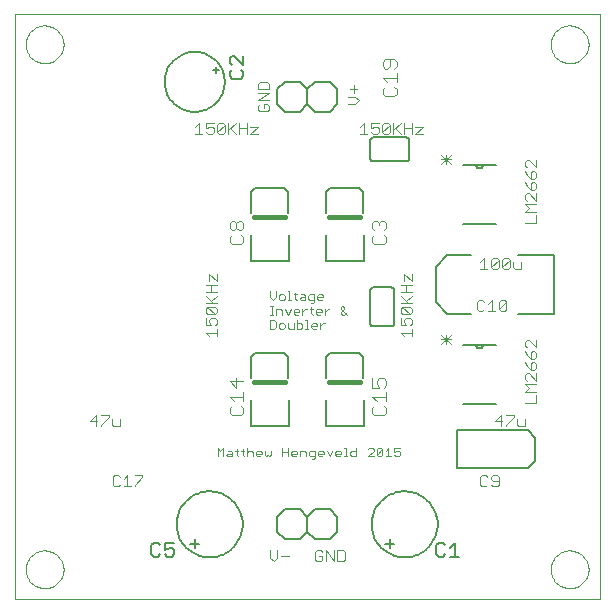
<source format=gto>
G75*
%MOIN*%
%OFA0B0*%
%FSLAX24Y24*%
%IPPOS*%
%LPD*%
%AMOC8*
5,1,8,0,0,1.08239X$1,22.5*
%
%ADD10C,0.0000*%
%ADD11C,0.0030*%
%ADD12C,0.0060*%
%ADD13C,0.0050*%
%ADD14C,0.0040*%
%ADD15C,0.0080*%
%ADD16C,0.0157*%
D10*
X000100Y000100D02*
X000100Y019600D01*
X019600Y019600D01*
X019600Y000100D01*
X000100Y000100D01*
X000470Y001100D02*
X000472Y001150D01*
X000478Y001200D01*
X000488Y001249D01*
X000502Y001297D01*
X000519Y001344D01*
X000540Y001389D01*
X000565Y001433D01*
X000593Y001474D01*
X000625Y001513D01*
X000659Y001550D01*
X000696Y001584D01*
X000736Y001614D01*
X000778Y001641D01*
X000822Y001665D01*
X000868Y001686D01*
X000915Y001702D01*
X000963Y001715D01*
X001013Y001724D01*
X001062Y001729D01*
X001113Y001730D01*
X001163Y001727D01*
X001212Y001720D01*
X001261Y001709D01*
X001309Y001694D01*
X001355Y001676D01*
X001400Y001654D01*
X001443Y001628D01*
X001484Y001599D01*
X001523Y001567D01*
X001559Y001532D01*
X001591Y001494D01*
X001621Y001454D01*
X001648Y001411D01*
X001671Y001367D01*
X001690Y001321D01*
X001706Y001273D01*
X001718Y001224D01*
X001726Y001175D01*
X001730Y001125D01*
X001730Y001075D01*
X001726Y001025D01*
X001718Y000976D01*
X001706Y000927D01*
X001690Y000879D01*
X001671Y000833D01*
X001648Y000789D01*
X001621Y000746D01*
X001591Y000706D01*
X001559Y000668D01*
X001523Y000633D01*
X001484Y000601D01*
X001443Y000572D01*
X001400Y000546D01*
X001355Y000524D01*
X001309Y000506D01*
X001261Y000491D01*
X001212Y000480D01*
X001163Y000473D01*
X001113Y000470D01*
X001062Y000471D01*
X001013Y000476D01*
X000963Y000485D01*
X000915Y000498D01*
X000868Y000514D01*
X000822Y000535D01*
X000778Y000559D01*
X000736Y000586D01*
X000696Y000616D01*
X000659Y000650D01*
X000625Y000687D01*
X000593Y000726D01*
X000565Y000767D01*
X000540Y000811D01*
X000519Y000856D01*
X000502Y000903D01*
X000488Y000951D01*
X000478Y001000D01*
X000472Y001050D01*
X000470Y001100D01*
X000470Y018600D02*
X000472Y018650D01*
X000478Y018700D01*
X000488Y018749D01*
X000502Y018797D01*
X000519Y018844D01*
X000540Y018889D01*
X000565Y018933D01*
X000593Y018974D01*
X000625Y019013D01*
X000659Y019050D01*
X000696Y019084D01*
X000736Y019114D01*
X000778Y019141D01*
X000822Y019165D01*
X000868Y019186D01*
X000915Y019202D01*
X000963Y019215D01*
X001013Y019224D01*
X001062Y019229D01*
X001113Y019230D01*
X001163Y019227D01*
X001212Y019220D01*
X001261Y019209D01*
X001309Y019194D01*
X001355Y019176D01*
X001400Y019154D01*
X001443Y019128D01*
X001484Y019099D01*
X001523Y019067D01*
X001559Y019032D01*
X001591Y018994D01*
X001621Y018954D01*
X001648Y018911D01*
X001671Y018867D01*
X001690Y018821D01*
X001706Y018773D01*
X001718Y018724D01*
X001726Y018675D01*
X001730Y018625D01*
X001730Y018575D01*
X001726Y018525D01*
X001718Y018476D01*
X001706Y018427D01*
X001690Y018379D01*
X001671Y018333D01*
X001648Y018289D01*
X001621Y018246D01*
X001591Y018206D01*
X001559Y018168D01*
X001523Y018133D01*
X001484Y018101D01*
X001443Y018072D01*
X001400Y018046D01*
X001355Y018024D01*
X001309Y018006D01*
X001261Y017991D01*
X001212Y017980D01*
X001163Y017973D01*
X001113Y017970D01*
X001062Y017971D01*
X001013Y017976D01*
X000963Y017985D01*
X000915Y017998D01*
X000868Y018014D01*
X000822Y018035D01*
X000778Y018059D01*
X000736Y018086D01*
X000696Y018116D01*
X000659Y018150D01*
X000625Y018187D01*
X000593Y018226D01*
X000565Y018267D01*
X000540Y018311D01*
X000519Y018356D01*
X000502Y018403D01*
X000488Y018451D01*
X000478Y018500D01*
X000472Y018550D01*
X000470Y018600D01*
X017970Y018600D02*
X017972Y018650D01*
X017978Y018700D01*
X017988Y018749D01*
X018002Y018797D01*
X018019Y018844D01*
X018040Y018889D01*
X018065Y018933D01*
X018093Y018974D01*
X018125Y019013D01*
X018159Y019050D01*
X018196Y019084D01*
X018236Y019114D01*
X018278Y019141D01*
X018322Y019165D01*
X018368Y019186D01*
X018415Y019202D01*
X018463Y019215D01*
X018513Y019224D01*
X018562Y019229D01*
X018613Y019230D01*
X018663Y019227D01*
X018712Y019220D01*
X018761Y019209D01*
X018809Y019194D01*
X018855Y019176D01*
X018900Y019154D01*
X018943Y019128D01*
X018984Y019099D01*
X019023Y019067D01*
X019059Y019032D01*
X019091Y018994D01*
X019121Y018954D01*
X019148Y018911D01*
X019171Y018867D01*
X019190Y018821D01*
X019206Y018773D01*
X019218Y018724D01*
X019226Y018675D01*
X019230Y018625D01*
X019230Y018575D01*
X019226Y018525D01*
X019218Y018476D01*
X019206Y018427D01*
X019190Y018379D01*
X019171Y018333D01*
X019148Y018289D01*
X019121Y018246D01*
X019091Y018206D01*
X019059Y018168D01*
X019023Y018133D01*
X018984Y018101D01*
X018943Y018072D01*
X018900Y018046D01*
X018855Y018024D01*
X018809Y018006D01*
X018761Y017991D01*
X018712Y017980D01*
X018663Y017973D01*
X018613Y017970D01*
X018562Y017971D01*
X018513Y017976D01*
X018463Y017985D01*
X018415Y017998D01*
X018368Y018014D01*
X018322Y018035D01*
X018278Y018059D01*
X018236Y018086D01*
X018196Y018116D01*
X018159Y018150D01*
X018125Y018187D01*
X018093Y018226D01*
X018065Y018267D01*
X018040Y018311D01*
X018019Y018356D01*
X018002Y018403D01*
X017988Y018451D01*
X017978Y018500D01*
X017972Y018550D01*
X017970Y018600D01*
X017970Y001100D02*
X017972Y001150D01*
X017978Y001200D01*
X017988Y001249D01*
X018002Y001297D01*
X018019Y001344D01*
X018040Y001389D01*
X018065Y001433D01*
X018093Y001474D01*
X018125Y001513D01*
X018159Y001550D01*
X018196Y001584D01*
X018236Y001614D01*
X018278Y001641D01*
X018322Y001665D01*
X018368Y001686D01*
X018415Y001702D01*
X018463Y001715D01*
X018513Y001724D01*
X018562Y001729D01*
X018613Y001730D01*
X018663Y001727D01*
X018712Y001720D01*
X018761Y001709D01*
X018809Y001694D01*
X018855Y001676D01*
X018900Y001654D01*
X018943Y001628D01*
X018984Y001599D01*
X019023Y001567D01*
X019059Y001532D01*
X019091Y001494D01*
X019121Y001454D01*
X019148Y001411D01*
X019171Y001367D01*
X019190Y001321D01*
X019206Y001273D01*
X019218Y001224D01*
X019226Y001175D01*
X019230Y001125D01*
X019230Y001075D01*
X019226Y001025D01*
X019218Y000976D01*
X019206Y000927D01*
X019190Y000879D01*
X019171Y000833D01*
X019148Y000789D01*
X019121Y000746D01*
X019091Y000706D01*
X019059Y000668D01*
X019023Y000633D01*
X018984Y000601D01*
X018943Y000572D01*
X018900Y000546D01*
X018855Y000524D01*
X018809Y000506D01*
X018761Y000491D01*
X018712Y000480D01*
X018663Y000473D01*
X018613Y000470D01*
X018562Y000471D01*
X018513Y000476D01*
X018463Y000485D01*
X018415Y000498D01*
X018368Y000514D01*
X018322Y000535D01*
X018278Y000559D01*
X018236Y000586D01*
X018196Y000616D01*
X018159Y000650D01*
X018125Y000687D01*
X018093Y000726D01*
X018065Y000767D01*
X018040Y000811D01*
X018019Y000856D01*
X018002Y000903D01*
X017988Y000951D01*
X017978Y001000D01*
X017972Y001050D01*
X017970Y001100D01*
D11*
X016168Y003865D02*
X016045Y003865D01*
X015983Y003927D01*
X015862Y003927D02*
X015800Y003865D01*
X015677Y003865D01*
X015615Y003927D01*
X015615Y004174D01*
X015677Y004235D01*
X015800Y004235D01*
X015862Y004174D01*
X015983Y004174D02*
X015983Y004112D01*
X016045Y004050D01*
X016230Y004050D01*
X016230Y003927D02*
X016230Y004174D01*
X016168Y004235D01*
X016045Y004235D01*
X015983Y004174D01*
X016230Y003927D02*
X016168Y003865D01*
X016300Y005865D02*
X016300Y006235D01*
X016115Y006050D01*
X016362Y006050D01*
X016483Y005927D02*
X016483Y005865D01*
X016483Y005927D02*
X016730Y006174D01*
X016730Y006235D01*
X016483Y006235D01*
X016852Y006112D02*
X016852Y005927D01*
X016913Y005865D01*
X017099Y005865D01*
X017099Y006112D01*
X017115Y006655D02*
X017485Y006655D01*
X017485Y006902D01*
X017485Y007023D02*
X017115Y007023D01*
X017238Y007147D01*
X017115Y007270D01*
X017485Y007270D01*
X017485Y007392D02*
X017238Y007639D01*
X017176Y007639D01*
X017115Y007577D01*
X017115Y007453D01*
X017176Y007392D01*
X017485Y007392D02*
X017485Y007639D01*
X017423Y007760D02*
X017300Y007760D01*
X017300Y007945D01*
X017362Y008007D01*
X017423Y008007D01*
X017485Y007945D01*
X017485Y007822D01*
X017423Y007760D01*
X017300Y007760D02*
X017176Y007883D01*
X017115Y008007D01*
X017300Y008128D02*
X017300Y008314D01*
X017362Y008375D01*
X017423Y008375D01*
X017485Y008314D01*
X017485Y008190D01*
X017423Y008128D01*
X017300Y008128D01*
X017176Y008252D01*
X017115Y008375D01*
X017176Y008497D02*
X017115Y008558D01*
X017115Y008682D01*
X017176Y008744D01*
X017238Y008744D01*
X017485Y008497D01*
X017485Y008744D01*
X016494Y009777D02*
X016432Y009715D01*
X016308Y009715D01*
X016247Y009777D01*
X016494Y010024D01*
X016494Y009777D01*
X016494Y010024D02*
X016432Y010085D01*
X016308Y010085D01*
X016247Y010024D01*
X016247Y009777D01*
X016125Y009715D02*
X015878Y009715D01*
X016002Y009715D02*
X016002Y010085D01*
X015878Y009962D01*
X015757Y010024D02*
X015695Y010085D01*
X015572Y010085D01*
X015510Y010024D01*
X015510Y009777D01*
X015572Y009715D01*
X015695Y009715D01*
X015757Y009777D01*
X014629Y008927D02*
X014315Y008613D01*
X014472Y008613D02*
X014472Y008927D01*
X014315Y008927D02*
X014629Y008613D01*
X014629Y008770D02*
X014315Y008770D01*
X013335Y008865D02*
X013335Y009112D01*
X013335Y008988D02*
X012965Y008988D01*
X013088Y008865D01*
X013150Y009233D02*
X012965Y009233D01*
X012965Y009480D01*
X013026Y009602D02*
X012965Y009663D01*
X012965Y009787D01*
X013026Y009849D01*
X013273Y009602D01*
X013335Y009663D01*
X013335Y009787D01*
X013273Y009849D01*
X013026Y009849D01*
X012965Y009970D02*
X013335Y009970D01*
X013212Y009970D02*
X012965Y010217D01*
X012965Y010338D02*
X013335Y010338D01*
X013335Y010217D02*
X013150Y010032D01*
X013150Y010338D02*
X013150Y010585D01*
X013088Y010707D02*
X013088Y010953D01*
X013335Y010707D01*
X013335Y010953D01*
X013335Y010585D02*
X012965Y010585D01*
X013026Y009602D02*
X013273Y009602D01*
X013273Y009480D02*
X013335Y009418D01*
X013335Y009295D01*
X013273Y009233D01*
X013150Y009233D02*
X013088Y009357D01*
X013088Y009418D01*
X013150Y009480D01*
X013273Y009480D01*
X011166Y009595D02*
X010972Y009788D01*
X010972Y009837D01*
X011021Y009885D01*
X011069Y009837D01*
X011069Y009788D01*
X010972Y009692D01*
X010972Y009643D01*
X011021Y009595D01*
X011069Y009595D01*
X011166Y009692D01*
X010577Y009788D02*
X010529Y009788D01*
X010432Y009692D01*
X010432Y009788D02*
X010432Y009595D01*
X010331Y009692D02*
X010137Y009692D01*
X010137Y009740D02*
X010186Y009788D01*
X010282Y009788D01*
X010331Y009740D01*
X010331Y009692D01*
X010282Y009595D02*
X010186Y009595D01*
X010137Y009643D01*
X010137Y009740D01*
X010038Y009788D02*
X009941Y009788D01*
X009989Y009837D02*
X009989Y009643D01*
X010038Y009595D01*
X009842Y009405D02*
X009842Y009115D01*
X009794Y009115D02*
X009890Y009115D01*
X009990Y009163D02*
X009990Y009260D01*
X010038Y009308D01*
X010135Y009308D01*
X010184Y009260D01*
X010184Y009212D01*
X009990Y009212D01*
X009990Y009163D02*
X010038Y009115D01*
X010135Y009115D01*
X010285Y009115D02*
X010285Y009308D01*
X010285Y009212D02*
X010381Y009308D01*
X010430Y009308D01*
X009842Y009405D02*
X009794Y009405D01*
X009692Y009260D02*
X009644Y009308D01*
X009499Y009308D01*
X009499Y009405D02*
X009499Y009115D01*
X009644Y009115D01*
X009692Y009163D01*
X009692Y009260D01*
X009695Y009595D02*
X009695Y009788D01*
X009695Y009692D02*
X009792Y009788D01*
X009841Y009788D01*
X009989Y009978D02*
X010037Y009978D01*
X010085Y010027D01*
X010085Y010268D01*
X009940Y010268D01*
X009892Y010220D01*
X009892Y010123D01*
X009940Y010075D01*
X010085Y010075D01*
X010186Y010123D02*
X010186Y010220D01*
X010235Y010268D01*
X010332Y010268D01*
X010380Y010220D01*
X010380Y010172D01*
X010186Y010172D01*
X010186Y010123D02*
X010235Y010075D01*
X010332Y010075D01*
X009791Y010075D02*
X009646Y010075D01*
X009597Y010123D01*
X009646Y010172D01*
X009791Y010172D01*
X009791Y010220D02*
X009791Y010075D01*
X009791Y010220D02*
X009742Y010268D01*
X009646Y010268D01*
X009497Y010268D02*
X009401Y010268D01*
X009449Y010317D02*
X009449Y010123D01*
X009497Y010075D01*
X009301Y010075D02*
X009204Y010075D01*
X009253Y010075D02*
X009253Y010365D01*
X009204Y010365D01*
X009103Y010220D02*
X009055Y010268D01*
X008958Y010268D01*
X008910Y010220D01*
X008910Y010123D01*
X008958Y010075D01*
X009055Y010075D01*
X009103Y010123D01*
X009103Y010220D01*
X008808Y010172D02*
X008808Y010365D01*
X008615Y010365D02*
X008615Y010172D01*
X008712Y010075D01*
X008808Y010172D01*
X008712Y009885D02*
X008615Y009885D01*
X008663Y009885D02*
X008663Y009595D01*
X008615Y009595D02*
X008712Y009595D01*
X008811Y009595D02*
X008811Y009788D01*
X008957Y009788D01*
X009005Y009740D01*
X009005Y009595D01*
X009203Y009595D02*
X009106Y009788D01*
X009300Y009788D02*
X009203Y009595D01*
X009401Y009643D02*
X009401Y009740D01*
X009449Y009788D01*
X009546Y009788D01*
X009594Y009740D01*
X009594Y009692D01*
X009401Y009692D01*
X009401Y009643D02*
X009449Y009595D01*
X009546Y009595D01*
X009398Y009308D02*
X009398Y009115D01*
X009253Y009115D01*
X009204Y009163D01*
X009204Y009308D01*
X009103Y009260D02*
X009055Y009308D01*
X008958Y009308D01*
X008910Y009260D01*
X008910Y009163D01*
X008958Y009115D01*
X009055Y009115D01*
X009103Y009163D01*
X009103Y009260D01*
X008808Y009163D02*
X008808Y009357D01*
X008760Y009405D01*
X008615Y009405D01*
X008615Y009115D01*
X008760Y009115D01*
X008808Y009163D01*
X006835Y009112D02*
X006835Y008865D01*
X006835Y008988D02*
X006465Y008988D01*
X006588Y008865D01*
X006650Y009233D02*
X006465Y009233D01*
X006465Y009480D01*
X006526Y009602D02*
X006465Y009663D01*
X006465Y009787D01*
X006526Y009849D01*
X006773Y009602D01*
X006835Y009663D01*
X006835Y009787D01*
X006773Y009849D01*
X006526Y009849D01*
X006465Y009970D02*
X006835Y009970D01*
X006712Y009970D02*
X006465Y010217D01*
X006465Y010338D02*
X006835Y010338D01*
X006835Y010217D02*
X006650Y010032D01*
X006650Y010338D02*
X006650Y010585D01*
X006588Y010707D02*
X006588Y010953D01*
X006835Y010707D01*
X006835Y010953D01*
X006835Y010585D02*
X006465Y010585D01*
X006526Y009602D02*
X006773Y009602D01*
X006773Y009480D02*
X006835Y009418D01*
X006835Y009295D01*
X006773Y009233D01*
X006650Y009233D02*
X006588Y009357D01*
X006588Y009418D01*
X006650Y009480D01*
X006773Y009480D01*
X003599Y006112D02*
X003599Y005865D01*
X003413Y005865D01*
X003352Y005927D01*
X003352Y006112D01*
X003230Y006174D02*
X002983Y005927D01*
X002983Y005865D01*
X002800Y005865D02*
X002800Y006235D01*
X002615Y006050D01*
X002862Y006050D01*
X002983Y006235D02*
X003230Y006235D01*
X003230Y006174D01*
X003427Y004235D02*
X003365Y004174D01*
X003365Y003927D01*
X003427Y003865D01*
X003550Y003865D01*
X003612Y003927D01*
X003733Y003865D02*
X003980Y003865D01*
X004102Y003865D02*
X004102Y003927D01*
X004349Y004174D01*
X004349Y004235D01*
X004102Y004235D01*
X003857Y004235D02*
X003857Y003865D01*
X003733Y004112D02*
X003857Y004235D01*
X003612Y004174D02*
X003550Y004235D01*
X003427Y004235D01*
X006865Y004865D02*
X006865Y005155D01*
X006962Y005058D01*
X007058Y005155D01*
X007058Y004865D01*
X007160Y004913D02*
X007208Y004962D01*
X007353Y004962D01*
X007353Y005010D02*
X007353Y004865D01*
X007208Y004865D01*
X007160Y004913D01*
X007208Y005058D02*
X007305Y005058D01*
X007353Y005010D01*
X007454Y005058D02*
X007551Y005058D01*
X007503Y005107D02*
X007503Y004913D01*
X007551Y004865D01*
X007699Y004913D02*
X007699Y005107D01*
X007651Y005058D02*
X007747Y005058D01*
X007847Y005010D02*
X007896Y005058D01*
X007992Y005058D01*
X008041Y005010D01*
X008041Y004865D01*
X008142Y004913D02*
X008142Y005010D01*
X008190Y005058D01*
X008287Y005058D01*
X008335Y005010D01*
X008335Y004962D01*
X008142Y004962D01*
X008142Y004913D02*
X008190Y004865D01*
X008287Y004865D01*
X008436Y004913D02*
X008485Y004865D01*
X008533Y004913D01*
X008582Y004865D01*
X008630Y004913D01*
X008630Y005058D01*
X008436Y005058D02*
X008436Y004913D01*
X007847Y004865D02*
X007847Y005155D01*
X007699Y004913D02*
X007747Y004865D01*
X009026Y004865D02*
X009026Y005155D01*
X009026Y005010D02*
X009219Y005010D01*
X009320Y005010D02*
X009320Y004913D01*
X009369Y004865D01*
X009466Y004865D01*
X009514Y004962D02*
X009320Y004962D01*
X009320Y005010D02*
X009369Y005058D01*
X009466Y005058D01*
X009514Y005010D01*
X009514Y004962D01*
X009615Y005058D02*
X009760Y005058D01*
X009809Y005010D01*
X009809Y004865D01*
X009910Y004913D02*
X009910Y005010D01*
X009958Y005058D01*
X010103Y005058D01*
X010103Y004817D01*
X010055Y004768D01*
X010006Y004768D01*
X009958Y004865D02*
X010103Y004865D01*
X010204Y004913D02*
X010204Y005010D01*
X010253Y005058D01*
X010350Y005058D01*
X010398Y005010D01*
X010398Y004962D01*
X010204Y004962D01*
X010204Y004913D02*
X010253Y004865D01*
X010350Y004865D01*
X010499Y005058D02*
X010596Y004865D01*
X010693Y005058D01*
X010794Y005010D02*
X010842Y005058D01*
X010939Y005058D01*
X010987Y005010D01*
X010987Y004962D01*
X010794Y004962D01*
X010794Y005010D02*
X010794Y004913D01*
X010842Y004865D01*
X010939Y004865D01*
X011088Y004865D02*
X011185Y004865D01*
X011137Y004865D02*
X011137Y005155D01*
X011088Y005155D01*
X011285Y005010D02*
X011333Y005058D01*
X011478Y005058D01*
X011478Y005155D02*
X011478Y004865D01*
X011333Y004865D01*
X011285Y004913D01*
X011285Y005010D01*
X011874Y005107D02*
X011922Y005155D01*
X012019Y005155D01*
X012068Y005107D01*
X012068Y005058D01*
X011874Y004865D01*
X012068Y004865D01*
X012169Y004913D02*
X012362Y005107D01*
X012362Y004913D01*
X012314Y004865D01*
X012217Y004865D01*
X012169Y004913D01*
X012169Y005107D01*
X012217Y005155D01*
X012314Y005155D01*
X012362Y005107D01*
X012463Y005058D02*
X012560Y005155D01*
X012560Y004865D01*
X012463Y004865D02*
X012657Y004865D01*
X012758Y004913D02*
X012806Y004865D01*
X012903Y004865D01*
X012952Y004913D01*
X012952Y005010D01*
X012903Y005058D01*
X012855Y005058D01*
X012758Y005010D01*
X012758Y005155D01*
X012952Y005155D01*
X009958Y004865D02*
X009910Y004913D01*
X009615Y004865D02*
X009615Y005058D01*
X009219Y005155D02*
X009219Y004865D01*
X008862Y001735D02*
X008862Y001488D01*
X008738Y001365D01*
X008615Y001488D01*
X008615Y001735D01*
X008983Y001550D02*
X009230Y001550D01*
X010115Y001427D02*
X010177Y001365D01*
X010300Y001365D01*
X010362Y001427D01*
X010362Y001550D01*
X010238Y001550D01*
X010115Y001427D02*
X010115Y001674D01*
X010177Y001735D01*
X010300Y001735D01*
X010362Y001674D01*
X010483Y001735D02*
X010730Y001365D01*
X010730Y001735D01*
X010852Y001735D02*
X011037Y001735D01*
X011099Y001674D01*
X011099Y001427D01*
X011037Y001365D01*
X010852Y001365D01*
X010852Y001735D01*
X010483Y001735D02*
X010483Y001365D01*
X015615Y011115D02*
X015862Y011115D01*
X015738Y011115D02*
X015738Y011485D01*
X015615Y011362D01*
X015983Y011424D02*
X015983Y011177D01*
X016230Y011424D01*
X016230Y011177D01*
X016168Y011115D01*
X016045Y011115D01*
X015983Y011177D01*
X015983Y011424D02*
X016045Y011485D01*
X016168Y011485D01*
X016230Y011424D01*
X016352Y011424D02*
X016352Y011177D01*
X016599Y011424D01*
X016599Y011177D01*
X016537Y011115D01*
X016413Y011115D01*
X016352Y011177D01*
X016352Y011424D02*
X016413Y011485D01*
X016537Y011485D01*
X016599Y011424D01*
X016720Y011362D02*
X016720Y011177D01*
X016782Y011115D01*
X016967Y011115D01*
X016967Y011362D01*
X017115Y012655D02*
X017485Y012655D01*
X017485Y012902D01*
X017485Y013023D02*
X017115Y013023D01*
X017238Y013147D01*
X017115Y013270D01*
X017485Y013270D01*
X017485Y013392D02*
X017238Y013639D01*
X017176Y013639D01*
X017115Y013577D01*
X017115Y013453D01*
X017176Y013392D01*
X017485Y013392D02*
X017485Y013639D01*
X017423Y013760D02*
X017485Y013822D01*
X017485Y013945D01*
X017423Y014007D01*
X017362Y014007D01*
X017300Y013945D01*
X017300Y013760D01*
X017423Y013760D01*
X017300Y013760D02*
X017176Y013883D01*
X017115Y014007D01*
X017300Y014128D02*
X017300Y014314D01*
X017362Y014375D01*
X017423Y014375D01*
X017485Y014314D01*
X017485Y014190D01*
X017423Y014128D01*
X017300Y014128D01*
X017176Y014252D01*
X017115Y014375D01*
X017176Y014497D02*
X017115Y014558D01*
X017115Y014682D01*
X017176Y014744D01*
X017238Y014744D01*
X017485Y014497D01*
X017485Y014744D01*
X014629Y014770D02*
X014315Y014770D01*
X014315Y014613D02*
X014629Y014927D01*
X014472Y014927D02*
X014472Y014613D01*
X014629Y014613D02*
X014315Y014927D01*
X013703Y015615D02*
X013457Y015615D01*
X013703Y015862D01*
X013457Y015862D01*
X013335Y015800D02*
X013088Y015800D01*
X013088Y015615D02*
X013088Y015985D01*
X012967Y015985D02*
X012720Y015738D01*
X012782Y015800D02*
X012967Y015615D01*
X012720Y015615D02*
X012720Y015985D01*
X012599Y015924D02*
X012352Y015677D01*
X012413Y015615D01*
X012537Y015615D01*
X012599Y015677D01*
X012599Y015924D01*
X012537Y015985D01*
X012413Y015985D01*
X012352Y015924D01*
X012352Y015677D01*
X012230Y015677D02*
X012168Y015615D01*
X012045Y015615D01*
X011983Y015677D01*
X011983Y015800D02*
X012107Y015862D01*
X012168Y015862D01*
X012230Y015800D01*
X012230Y015677D01*
X011983Y015800D02*
X011983Y015985D01*
X012230Y015985D01*
X011862Y015615D02*
X011615Y015615D01*
X011738Y015615D02*
X011738Y015985D01*
X011615Y015862D01*
X011462Y016615D02*
X011215Y016615D01*
X011215Y016862D02*
X011462Y016862D01*
X011585Y016738D01*
X011462Y016615D01*
X011400Y016983D02*
X011400Y017230D01*
X011523Y017107D02*
X011276Y017107D01*
X013335Y015985D02*
X013335Y015615D01*
X008585Y016427D02*
X008585Y016550D01*
X008523Y016612D01*
X008400Y016612D01*
X008400Y016488D01*
X008523Y016365D02*
X008276Y016365D01*
X008215Y016427D01*
X008215Y016550D01*
X008276Y016612D01*
X008215Y016733D02*
X008585Y016980D01*
X008215Y016980D01*
X008215Y017102D02*
X008215Y017287D01*
X008276Y017349D01*
X008523Y017349D01*
X008585Y017287D01*
X008585Y017102D01*
X008215Y017102D01*
X008215Y016733D02*
X008585Y016733D01*
X008585Y016427D02*
X008523Y016365D01*
X008203Y015862D02*
X007957Y015862D01*
X007835Y015800D02*
X007588Y015800D01*
X007588Y015615D02*
X007588Y015985D01*
X007467Y015985D02*
X007220Y015738D01*
X007282Y015800D02*
X007467Y015615D01*
X007220Y015615D02*
X007220Y015985D01*
X007099Y015924D02*
X006852Y015677D01*
X006913Y015615D01*
X007037Y015615D01*
X007099Y015677D01*
X007099Y015924D01*
X007037Y015985D01*
X006913Y015985D01*
X006852Y015924D01*
X006852Y015677D01*
X006730Y015677D02*
X006668Y015615D01*
X006545Y015615D01*
X006483Y015677D01*
X006483Y015800D02*
X006607Y015862D01*
X006668Y015862D01*
X006730Y015800D01*
X006730Y015677D01*
X006483Y015800D02*
X006483Y015985D01*
X006730Y015985D01*
X006362Y015615D02*
X006115Y015615D01*
X006238Y015615D02*
X006238Y015985D01*
X006115Y015862D01*
X007835Y015985D02*
X007835Y015615D01*
X007957Y015615D02*
X008203Y015615D01*
X007957Y015615D02*
X008203Y015862D01*
D12*
X008850Y016600D02*
X009100Y016350D01*
X009600Y016350D01*
X009850Y016600D01*
X010100Y016350D01*
X010600Y016350D01*
X010850Y016600D01*
X010850Y017100D01*
X010600Y017350D01*
X010100Y017350D01*
X009850Y017100D01*
X009850Y016600D01*
X009850Y017100D02*
X009600Y017350D01*
X009100Y017350D01*
X008850Y017100D01*
X008850Y016600D01*
X006900Y017750D02*
X006700Y017750D01*
X006800Y017850D02*
X006800Y017650D01*
X005100Y017350D02*
X005102Y017413D01*
X005108Y017475D01*
X005118Y017537D01*
X005131Y017599D01*
X005149Y017659D01*
X005170Y017718D01*
X005195Y017776D01*
X005224Y017832D01*
X005256Y017886D01*
X005291Y017938D01*
X005329Y017987D01*
X005371Y018035D01*
X005415Y018079D01*
X005463Y018121D01*
X005512Y018159D01*
X005564Y018194D01*
X005618Y018226D01*
X005674Y018255D01*
X005732Y018280D01*
X005791Y018301D01*
X005851Y018319D01*
X005913Y018332D01*
X005975Y018342D01*
X006037Y018348D01*
X006100Y018350D01*
X006163Y018348D01*
X006225Y018342D01*
X006287Y018332D01*
X006349Y018319D01*
X006409Y018301D01*
X006468Y018280D01*
X006526Y018255D01*
X006582Y018226D01*
X006636Y018194D01*
X006688Y018159D01*
X006737Y018121D01*
X006785Y018079D01*
X006829Y018035D01*
X006871Y017987D01*
X006909Y017938D01*
X006944Y017886D01*
X006976Y017832D01*
X007005Y017776D01*
X007030Y017718D01*
X007051Y017659D01*
X007069Y017599D01*
X007082Y017537D01*
X007092Y017475D01*
X007098Y017413D01*
X007100Y017350D01*
X007098Y017287D01*
X007092Y017225D01*
X007082Y017163D01*
X007069Y017101D01*
X007051Y017041D01*
X007030Y016982D01*
X007005Y016924D01*
X006976Y016868D01*
X006944Y016814D01*
X006909Y016762D01*
X006871Y016713D01*
X006829Y016665D01*
X006785Y016621D01*
X006737Y016579D01*
X006688Y016541D01*
X006636Y016506D01*
X006582Y016474D01*
X006526Y016445D01*
X006468Y016420D01*
X006409Y016399D01*
X006349Y016381D01*
X006287Y016368D01*
X006225Y016358D01*
X006163Y016352D01*
X006100Y016350D01*
X006037Y016352D01*
X005975Y016358D01*
X005913Y016368D01*
X005851Y016381D01*
X005791Y016399D01*
X005732Y016420D01*
X005674Y016445D01*
X005618Y016474D01*
X005564Y016506D01*
X005512Y016541D01*
X005463Y016579D01*
X005415Y016621D01*
X005371Y016665D01*
X005329Y016713D01*
X005291Y016762D01*
X005256Y016814D01*
X005224Y016868D01*
X005195Y016924D01*
X005170Y016982D01*
X005149Y017041D01*
X005131Y017101D01*
X005118Y017163D01*
X005108Y017225D01*
X005102Y017287D01*
X005100Y017350D01*
X011950Y015400D02*
X011950Y014800D01*
X011952Y014783D01*
X011956Y014766D01*
X011963Y014750D01*
X011973Y014736D01*
X011986Y014723D01*
X012000Y014713D01*
X012016Y014706D01*
X012033Y014702D01*
X012050Y014700D01*
X013150Y014700D01*
X013167Y014702D01*
X013184Y014706D01*
X013200Y014713D01*
X013214Y014723D01*
X013227Y014736D01*
X013237Y014750D01*
X013244Y014766D01*
X013248Y014783D01*
X013250Y014800D01*
X013250Y015400D01*
X013248Y015417D01*
X013244Y015434D01*
X013237Y015450D01*
X013227Y015464D01*
X013214Y015477D01*
X013200Y015487D01*
X013184Y015494D01*
X013167Y015498D01*
X013150Y015500D01*
X012050Y015500D01*
X012033Y015498D01*
X012016Y015494D01*
X012000Y015487D01*
X011986Y015477D01*
X011973Y015464D01*
X011963Y015450D01*
X011956Y015434D01*
X011952Y015417D01*
X011950Y015400D01*
X015060Y014580D02*
X015480Y014580D01*
X016140Y014580D01*
X015720Y014590D02*
X015719Y014569D01*
X015714Y014549D01*
X015706Y014529D01*
X015695Y014512D01*
X015681Y014496D01*
X015664Y014484D01*
X015646Y014474D01*
X015626Y014468D01*
X015605Y014465D01*
X015584Y014466D01*
X015564Y014471D01*
X015544Y014479D01*
X015527Y014490D01*
X015511Y014504D01*
X015499Y014521D01*
X015489Y014539D01*
X015483Y014559D01*
X015480Y014580D01*
X015060Y012620D02*
X016140Y012620D01*
X012750Y010400D02*
X012750Y009300D01*
X012748Y009283D01*
X012744Y009266D01*
X012737Y009250D01*
X012727Y009236D01*
X012714Y009223D01*
X012700Y009213D01*
X012684Y009206D01*
X012667Y009202D01*
X012650Y009200D01*
X012050Y009200D01*
X012033Y009202D01*
X012016Y009206D01*
X012000Y009213D01*
X011986Y009223D01*
X011973Y009236D01*
X011963Y009250D01*
X011956Y009266D01*
X011952Y009283D01*
X011950Y009300D01*
X011950Y010400D01*
X011952Y010417D01*
X011956Y010434D01*
X011963Y010450D01*
X011973Y010464D01*
X011986Y010477D01*
X012000Y010487D01*
X012016Y010494D01*
X012033Y010498D01*
X012050Y010500D01*
X012650Y010500D01*
X012667Y010498D01*
X012684Y010494D01*
X012700Y010487D01*
X012714Y010477D01*
X012727Y010464D01*
X012737Y010450D01*
X012744Y010434D01*
X012748Y010417D01*
X012750Y010400D01*
X015060Y008580D02*
X015480Y008580D01*
X016140Y008580D01*
X015720Y008590D02*
X015719Y008569D01*
X015714Y008549D01*
X015706Y008529D01*
X015695Y008512D01*
X015681Y008496D01*
X015664Y008484D01*
X015646Y008474D01*
X015626Y008468D01*
X015605Y008465D01*
X015584Y008466D01*
X015564Y008471D01*
X015544Y008479D01*
X015527Y008490D01*
X015511Y008504D01*
X015499Y008521D01*
X015489Y008539D01*
X015483Y008559D01*
X015480Y008580D01*
X015060Y006620D02*
X016140Y006620D01*
X012000Y002600D02*
X012002Y002666D01*
X012008Y002731D01*
X012018Y002796D01*
X012031Y002861D01*
X012049Y002924D01*
X012070Y002987D01*
X012095Y003047D01*
X012124Y003107D01*
X012156Y003164D01*
X012191Y003220D01*
X012230Y003273D01*
X012272Y003324D01*
X012316Y003372D01*
X012364Y003417D01*
X012414Y003460D01*
X012467Y003499D01*
X012522Y003536D01*
X012579Y003569D01*
X012638Y003598D01*
X012698Y003624D01*
X012760Y003646D01*
X012823Y003665D01*
X012887Y003679D01*
X012952Y003690D01*
X013018Y003697D01*
X013084Y003700D01*
X013149Y003699D01*
X013215Y003694D01*
X013280Y003685D01*
X013345Y003672D01*
X013408Y003656D01*
X013471Y003636D01*
X013532Y003611D01*
X013592Y003584D01*
X013650Y003553D01*
X013706Y003518D01*
X013760Y003480D01*
X013811Y003439D01*
X013860Y003395D01*
X013906Y003348D01*
X013950Y003299D01*
X013990Y003247D01*
X014027Y003192D01*
X014061Y003136D01*
X014091Y003077D01*
X014118Y003017D01*
X014141Y002956D01*
X014160Y002893D01*
X014176Y002829D01*
X014188Y002764D01*
X014196Y002699D01*
X014200Y002633D01*
X014200Y002567D01*
X014196Y002501D01*
X014188Y002436D01*
X014176Y002371D01*
X014160Y002307D01*
X014141Y002244D01*
X014118Y002183D01*
X014091Y002123D01*
X014061Y002064D01*
X014027Y002008D01*
X013990Y001953D01*
X013950Y001901D01*
X013906Y001852D01*
X013860Y001805D01*
X013811Y001761D01*
X013760Y001720D01*
X013706Y001682D01*
X013650Y001647D01*
X013592Y001616D01*
X013532Y001589D01*
X013471Y001564D01*
X013408Y001544D01*
X013345Y001528D01*
X013280Y001515D01*
X013215Y001506D01*
X013149Y001501D01*
X013084Y001500D01*
X013018Y001503D01*
X012952Y001510D01*
X012887Y001521D01*
X012823Y001535D01*
X012760Y001554D01*
X012698Y001576D01*
X012638Y001602D01*
X012579Y001631D01*
X012522Y001664D01*
X012467Y001701D01*
X012414Y001740D01*
X012364Y001783D01*
X012316Y001828D01*
X012272Y001876D01*
X012230Y001927D01*
X012191Y001980D01*
X012156Y002036D01*
X012124Y002093D01*
X012095Y002153D01*
X012070Y002213D01*
X012049Y002276D01*
X012031Y002339D01*
X012018Y002404D01*
X012008Y002469D01*
X012002Y002534D01*
X012000Y002600D01*
X012600Y002100D02*
X012600Y001950D01*
X012450Y001950D01*
X012600Y001950D02*
X012750Y001950D01*
X012600Y001950D02*
X012600Y001800D01*
X010850Y002350D02*
X010600Y002100D01*
X010100Y002100D01*
X009850Y002350D01*
X009600Y002100D01*
X009100Y002100D01*
X008850Y002350D01*
X008850Y002850D01*
X009100Y003100D01*
X009600Y003100D01*
X009850Y002850D01*
X010100Y003100D01*
X010600Y003100D01*
X010850Y002850D01*
X010850Y002350D01*
X009850Y002350D02*
X009850Y002850D01*
X005500Y002600D02*
X005502Y002666D01*
X005508Y002731D01*
X005518Y002796D01*
X005531Y002861D01*
X005549Y002924D01*
X005570Y002987D01*
X005595Y003047D01*
X005624Y003107D01*
X005656Y003164D01*
X005691Y003220D01*
X005730Y003273D01*
X005772Y003324D01*
X005816Y003372D01*
X005864Y003417D01*
X005914Y003460D01*
X005967Y003499D01*
X006022Y003536D01*
X006079Y003569D01*
X006138Y003598D01*
X006198Y003624D01*
X006260Y003646D01*
X006323Y003665D01*
X006387Y003679D01*
X006452Y003690D01*
X006518Y003697D01*
X006584Y003700D01*
X006649Y003699D01*
X006715Y003694D01*
X006780Y003685D01*
X006845Y003672D01*
X006908Y003656D01*
X006971Y003636D01*
X007032Y003611D01*
X007092Y003584D01*
X007150Y003553D01*
X007206Y003518D01*
X007260Y003480D01*
X007311Y003439D01*
X007360Y003395D01*
X007406Y003348D01*
X007450Y003299D01*
X007490Y003247D01*
X007527Y003192D01*
X007561Y003136D01*
X007591Y003077D01*
X007618Y003017D01*
X007641Y002956D01*
X007660Y002893D01*
X007676Y002829D01*
X007688Y002764D01*
X007696Y002699D01*
X007700Y002633D01*
X007700Y002567D01*
X007696Y002501D01*
X007688Y002436D01*
X007676Y002371D01*
X007660Y002307D01*
X007641Y002244D01*
X007618Y002183D01*
X007591Y002123D01*
X007561Y002064D01*
X007527Y002008D01*
X007490Y001953D01*
X007450Y001901D01*
X007406Y001852D01*
X007360Y001805D01*
X007311Y001761D01*
X007260Y001720D01*
X007206Y001682D01*
X007150Y001647D01*
X007092Y001616D01*
X007032Y001589D01*
X006971Y001564D01*
X006908Y001544D01*
X006845Y001528D01*
X006780Y001515D01*
X006715Y001506D01*
X006649Y001501D01*
X006584Y001500D01*
X006518Y001503D01*
X006452Y001510D01*
X006387Y001521D01*
X006323Y001535D01*
X006260Y001554D01*
X006198Y001576D01*
X006138Y001602D01*
X006079Y001631D01*
X006022Y001664D01*
X005967Y001701D01*
X005914Y001740D01*
X005864Y001783D01*
X005816Y001828D01*
X005772Y001876D01*
X005730Y001927D01*
X005691Y001980D01*
X005656Y002036D01*
X005624Y002093D01*
X005595Y002153D01*
X005570Y002213D01*
X005549Y002276D01*
X005531Y002339D01*
X005518Y002404D01*
X005508Y002469D01*
X005502Y002534D01*
X005500Y002600D01*
X006100Y002100D02*
X006100Y001950D01*
X005950Y001950D01*
X006100Y001950D02*
X006250Y001950D01*
X006100Y001950D02*
X006100Y001800D01*
D13*
X005415Y001750D02*
X005415Y001600D01*
X005340Y001525D01*
X005190Y001525D01*
X005115Y001600D01*
X005115Y001750D02*
X005265Y001825D01*
X005340Y001825D01*
X005415Y001750D01*
X005415Y001975D02*
X005115Y001975D01*
X005115Y001750D01*
X004954Y001600D02*
X004879Y001525D01*
X004729Y001525D01*
X004654Y001600D01*
X004654Y001900D01*
X004729Y001975D01*
X004879Y001975D01*
X004954Y001900D01*
X014154Y001900D02*
X014154Y001600D01*
X014229Y001525D01*
X014379Y001525D01*
X014454Y001600D01*
X014615Y001525D02*
X014915Y001525D01*
X014765Y001525D02*
X014765Y001975D01*
X014615Y001825D01*
X014454Y001900D02*
X014379Y001975D01*
X014229Y001975D01*
X014154Y001900D01*
X014840Y004470D02*
X017202Y004470D01*
X017439Y004706D01*
X017439Y005494D01*
X017202Y005730D01*
X014840Y005730D01*
X014840Y004470D01*
X007650Y017454D02*
X007350Y017454D01*
X007275Y017529D01*
X007275Y017679D01*
X007350Y017754D01*
X007350Y017915D02*
X007275Y017990D01*
X007275Y018140D01*
X007350Y018215D01*
X007425Y018215D01*
X007725Y017915D01*
X007725Y018215D01*
X007650Y017754D02*
X007725Y017679D01*
X007725Y017529D01*
X007650Y017454D01*
D14*
X012370Y017484D02*
X012830Y017484D01*
X012830Y017637D02*
X012830Y017330D01*
X012753Y017177D02*
X012830Y017100D01*
X012830Y016947D01*
X012753Y016870D01*
X012446Y016870D01*
X012370Y016947D01*
X012370Y017100D01*
X012446Y017177D01*
X012523Y017330D02*
X012370Y017484D01*
X012446Y017791D02*
X012370Y017868D01*
X012370Y018021D01*
X012446Y018098D01*
X012753Y018098D01*
X012830Y018021D01*
X012830Y017868D01*
X012753Y017791D01*
X012600Y017868D02*
X012600Y018098D01*
X012600Y017868D02*
X012523Y017791D01*
X012446Y017791D01*
X012397Y012717D02*
X012474Y012640D01*
X012474Y012486D01*
X012397Y012410D01*
X012397Y012256D02*
X012474Y012179D01*
X012474Y012026D01*
X012397Y011949D01*
X012090Y011949D01*
X012013Y012026D01*
X012013Y012179D01*
X012090Y012256D01*
X012090Y012410D02*
X012013Y012486D01*
X012013Y012640D01*
X012090Y012717D01*
X012167Y012717D01*
X012244Y012640D01*
X012320Y012717D01*
X012397Y012717D01*
X012244Y012640D02*
X012244Y012563D01*
X007724Y012486D02*
X007647Y012410D01*
X007570Y012410D01*
X007494Y012486D01*
X007494Y012640D01*
X007570Y012717D01*
X007647Y012717D01*
X007724Y012640D01*
X007724Y012486D01*
X007494Y012486D02*
X007417Y012410D01*
X007340Y012410D01*
X007263Y012486D01*
X007263Y012640D01*
X007340Y012717D01*
X007417Y012717D01*
X007494Y012640D01*
X007647Y012256D02*
X007724Y012179D01*
X007724Y012026D01*
X007647Y011949D01*
X007340Y011949D01*
X007263Y012026D01*
X007263Y012179D01*
X007340Y012256D01*
X007494Y007467D02*
X007494Y007160D01*
X007263Y007390D01*
X007724Y007390D01*
X007724Y007006D02*
X007724Y006699D01*
X007724Y006853D02*
X007263Y006853D01*
X007417Y006699D01*
X007340Y006546D02*
X007263Y006469D01*
X007263Y006316D01*
X007340Y006239D01*
X007647Y006239D01*
X007724Y006316D01*
X007724Y006469D01*
X007647Y006546D01*
X012013Y006469D02*
X012013Y006316D01*
X012090Y006239D01*
X012397Y006239D01*
X012474Y006316D01*
X012474Y006469D01*
X012397Y006546D01*
X012474Y006699D02*
X012474Y007006D01*
X012474Y006853D02*
X012013Y006853D01*
X012167Y006699D01*
X012090Y006546D02*
X012013Y006469D01*
X012013Y007160D02*
X012244Y007160D01*
X012167Y007313D01*
X012167Y007390D01*
X012244Y007467D01*
X012397Y007467D01*
X012474Y007390D01*
X012474Y007236D01*
X012397Y007160D01*
X012013Y007160D02*
X012013Y007467D01*
D15*
X011710Y007494D02*
X011710Y008163D01*
X011572Y008320D01*
X010608Y008320D01*
X010490Y008163D01*
X010490Y007494D01*
X010490Y006746D02*
X010490Y005880D01*
X011730Y005880D01*
X011730Y006746D01*
X009230Y006746D02*
X009230Y005880D01*
X007990Y005880D01*
X007990Y006746D01*
X007990Y007494D02*
X007990Y008163D01*
X008108Y008320D01*
X009072Y008320D01*
X009210Y008163D01*
X009210Y007494D01*
X009230Y011380D02*
X007990Y011380D01*
X007990Y012246D01*
X007990Y012994D02*
X007990Y013663D01*
X008108Y013820D01*
X009072Y013820D01*
X009210Y013663D01*
X009210Y012994D01*
X009230Y012246D02*
X009230Y011380D01*
X010490Y011380D02*
X010490Y012246D01*
X010490Y012994D02*
X010490Y013663D01*
X010608Y013820D01*
X011572Y013820D01*
X011710Y013663D01*
X011710Y012994D01*
X011730Y012246D02*
X011730Y011380D01*
X010490Y011380D01*
X014131Y011191D02*
X014131Y010009D01*
X014525Y009616D01*
X015313Y009616D01*
X016887Y009616D02*
X018069Y009616D01*
X018069Y011584D01*
X016887Y011584D01*
X015313Y011584D02*
X014525Y011584D01*
X014131Y011191D01*
D16*
X011606Y012840D02*
X010584Y012840D01*
X009106Y012840D02*
X008084Y012840D01*
X008084Y007340D02*
X009106Y007340D01*
X010584Y007340D02*
X011606Y007340D01*
M02*

</source>
